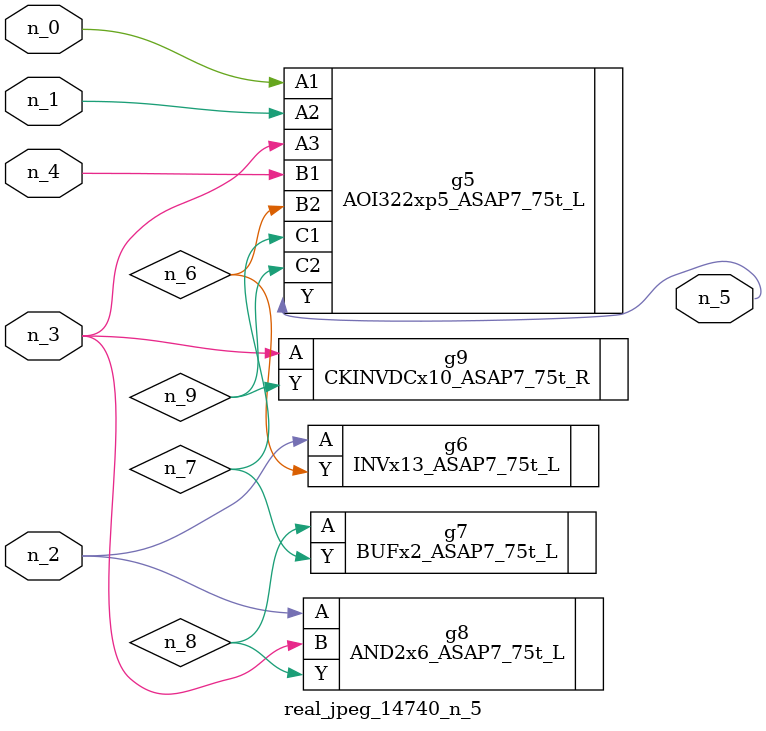
<source format=v>
module real_jpeg_14740_n_5 (n_4, n_0, n_1, n_2, n_3, n_5);

input n_4;
input n_0;
input n_1;
input n_2;
input n_3;

output n_5;

wire n_8;
wire n_6;
wire n_7;
wire n_9;

AOI322xp5_ASAP7_75t_L g5 ( 
.A1(n_0),
.A2(n_1),
.A3(n_3),
.B1(n_4),
.B2(n_6),
.C1(n_7),
.C2(n_9),
.Y(n_5)
);

INVx13_ASAP7_75t_L g6 ( 
.A(n_2),
.Y(n_6)
);

AND2x6_ASAP7_75t_L g8 ( 
.A(n_2),
.B(n_3),
.Y(n_8)
);

CKINVDCx10_ASAP7_75t_R g9 ( 
.A(n_3),
.Y(n_9)
);

BUFx2_ASAP7_75t_L g7 ( 
.A(n_8),
.Y(n_7)
);


endmodule
</source>
